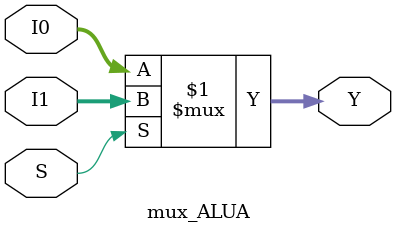
<source format=sv>
module mux_ALUA (
	input [31:0]I0, 
	input [31:0]I1,
   input S,
   output [31:0]Y
);

	assign Y = S ? I1 : I0;

endmodule
</source>
